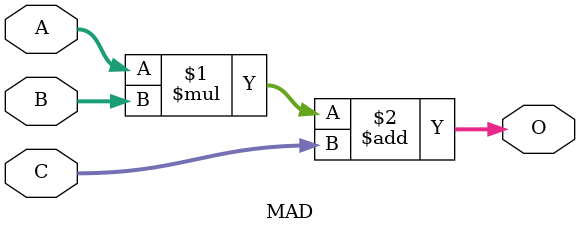
<source format=v>
`include "testdrive_system.vh"

module MAD (
	input	[63:0]			A,		// A
	input	[63:0]			B,		// B
	input	[63:0]			C,		// C
	output	[63:0]			O		// output
);

// definition & assignment ---------------------------------------------------

// implementation ------------------------------------------------------------
assign	O	= (A * B) + C;

endmodule

</source>
